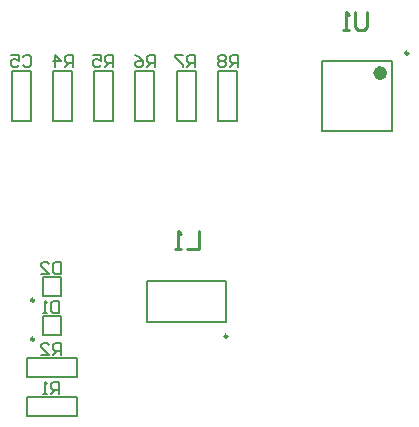
<source format=gbo>
G04 Layer_Color=32896*
%FSLAX24Y24*%
%MOIN*%
G70*
G01*
G75*
%ADD16C,0.0100*%
%ADD33C,0.0063*%
%ADD34C,0.0079*%
%ADD35C,0.0060*%
%ADD58C,0.0098*%
%ADD59C,0.0236*%
D16*
X8900Y10350D02*
Y9750D01*
X8500D01*
X8300D02*
X8100D01*
X8200D01*
Y10350D01*
X8300Y10250D01*
X14500Y17650D02*
Y17150D01*
X14400Y17050D01*
X14200D01*
X14100Y17150D01*
Y17650D01*
X13900Y17050D02*
X13700D01*
X13800D01*
Y17650D01*
X13900Y17550D01*
D33*
X3173Y4185D02*
Y4815D01*
X4827D01*
Y4185D02*
Y4815D01*
X3173Y4185D02*
X4827D01*
X3173Y5485D02*
Y6115D01*
X4827D01*
Y5485D02*
Y6115D01*
X3173Y5485D02*
X4827D01*
X4039Y14020D02*
X4669D01*
X4039D02*
Y15673D01*
X4669D01*
Y14020D02*
Y15673D01*
X5413Y14020D02*
X6043D01*
X5413D02*
Y15673D01*
X6043D01*
Y14020D02*
Y15673D01*
X6787Y14020D02*
X7417D01*
X6787D02*
Y15673D01*
X7417D01*
Y14020D02*
Y15673D01*
X8161Y14020D02*
X8791D01*
X8161D02*
Y15673D01*
X8791D01*
Y14020D02*
Y15673D01*
X9535Y14020D02*
X10165D01*
X9535D02*
Y15673D01*
X10165D01*
Y14020D02*
Y15673D01*
X2665Y14020D02*
X3295D01*
X2665D02*
Y15673D01*
X3295D01*
Y14020D02*
Y15673D01*
D34*
X3693Y6881D02*
Y7510D01*
Y6881D02*
X4307D01*
X3693Y7510D02*
X4307D01*
Y6881D02*
Y7510D01*
X3693Y8181D02*
Y8810D01*
Y8181D02*
X4307D01*
X3693Y8810D02*
X4307D01*
Y8181D02*
Y8810D01*
X7181Y7331D02*
Y8669D01*
X9819Y7331D02*
Y8669D01*
X7181D02*
X9819D01*
X7181Y7331D02*
X9819D01*
X13013Y13685D02*
X15336D01*
X13013Y16008D02*
X15336D01*
X13013Y13685D02*
Y16008D01*
X15336Y13685D02*
Y16008D01*
D35*
X3033Y16133D02*
X3100Y16200D01*
X3233D01*
X3300Y16133D01*
Y15867D01*
X3233Y15800D01*
X3100D01*
X3033Y15867D01*
X2634Y16200D02*
X2900D01*
Y16000D01*
X2767Y16067D01*
X2700D01*
X2634Y16000D01*
Y15867D01*
X2700Y15800D01*
X2833D01*
X2900Y15867D01*
X4233Y8000D02*
Y7600D01*
X4033D01*
X3967Y7667D01*
Y7933D01*
X4033Y8000D01*
X4233D01*
X3833Y7600D02*
X3700D01*
X3767D01*
Y8000D01*
X3833Y7933D01*
X4300Y9300D02*
Y8900D01*
X4100D01*
X4033Y8967D01*
Y9233D01*
X4100Y9300D01*
X4300D01*
X3634Y8900D02*
X3900D01*
X3634Y9167D01*
Y9233D01*
X3700Y9300D01*
X3833D01*
X3900Y9233D01*
X4233Y4900D02*
Y5300D01*
X4033D01*
X3967Y5233D01*
Y5100D01*
X4033Y5033D01*
X4233D01*
X4100D02*
X3967Y4900D01*
X3833D02*
X3700D01*
X3767D01*
Y5300D01*
X3833Y5233D01*
X4300Y6200D02*
Y6600D01*
X4100D01*
X4033Y6533D01*
Y6400D01*
X4100Y6333D01*
X4300D01*
X4167D02*
X4033Y6200D01*
X3634D02*
X3900D01*
X3634Y6467D01*
Y6533D01*
X3700Y6600D01*
X3833D01*
X3900Y6533D01*
X4694Y15800D02*
Y16200D01*
X4494D01*
X4427Y16133D01*
Y16000D01*
X4494Y15933D01*
X4694D01*
X4561D02*
X4427Y15800D01*
X4094D02*
Y16200D01*
X4294Y16000D01*
X4028D01*
X6038Y15800D02*
Y16200D01*
X5838D01*
X5771Y16133D01*
Y16000D01*
X5838Y15933D01*
X6038D01*
X5905D02*
X5771Y15800D01*
X5372Y16200D02*
X5638D01*
Y16000D01*
X5505Y16067D01*
X5438D01*
X5372Y16000D01*
Y15867D01*
X5438Y15800D01*
X5571D01*
X5638Y15867D01*
X7432Y15800D02*
Y16200D01*
X7232D01*
X7165Y16133D01*
Y16000D01*
X7232Y15933D01*
X7432D01*
X7299D02*
X7165Y15800D01*
X6766Y16200D02*
X6899Y16133D01*
X7032Y16000D01*
Y15867D01*
X6965Y15800D01*
X6832D01*
X6766Y15867D01*
Y15933D01*
X6832Y16000D01*
X7032D01*
X8776Y15800D02*
Y16200D01*
X8576D01*
X8509Y16133D01*
Y16000D01*
X8576Y15933D01*
X8776D01*
X8643D02*
X8509Y15800D01*
X8376Y16200D02*
X8110D01*
Y16133D01*
X8376Y15867D01*
Y15800D01*
X10200D02*
Y16200D01*
X10000D01*
X9933Y16133D01*
Y16000D01*
X10000Y15933D01*
X10200D01*
X10067D02*
X9933Y15800D01*
X9800Y16133D02*
X9733Y16200D01*
X9600D01*
X9534Y16133D01*
Y16067D01*
X9600Y16000D01*
X9534Y15933D01*
Y15867D01*
X9600Y15800D01*
X9733D01*
X9800Y15867D01*
Y15933D01*
X9733Y16000D01*
X9800Y16067D01*
Y16133D01*
X9733Y16000D02*
X9600D01*
D58*
X3406Y6739D02*
G03*
X3406Y6739I-49J0D01*
G01*
Y8039D02*
G03*
X3406Y8039I-49J0D01*
G01*
X9848Y6839D02*
G03*
X9848Y6839I-49J0D01*
G01*
X15878Y16274D02*
G03*
X15878Y16274I-49J0D01*
G01*
D59*
X15061Y15614D02*
G03*
X15061Y15614I-118J0D01*
G01*
M02*

</source>
